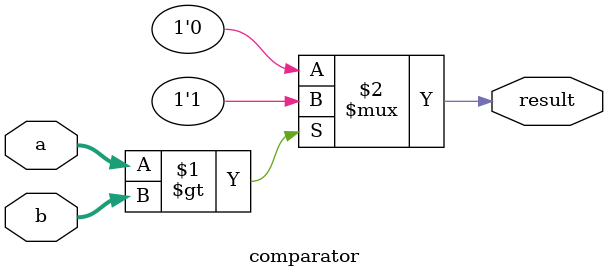
<source format=v>
`timescale 1ns / 1ps
module comparator(
    input [29:0] a,
    input [29:0] b,
    output result
);
    assign result = (a > b) ? 1'b1 : 1'b0;
endmodule
</source>
